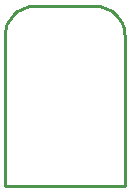
<source format=gbr>
G04 EAGLE Gerber RS-274X export*
G75*
%MOMM*%
%FSLAX34Y34*%
%LPD*%
%IN*%
%IPPOS*%
%AMOC8*
5,1,8,0,0,1.08239X$1,22.5*%
G01*
%ADD10C,0.254000*%


D10*
X0Y0D02*
X101600Y0D01*
X101600Y127000D01*
X101503Y129214D01*
X101214Y131411D01*
X100735Y133574D01*
X100068Y135687D01*
X99220Y137735D01*
X98197Y139700D01*
X97006Y141569D01*
X95658Y143327D01*
X94161Y144961D01*
X92527Y146458D01*
X90769Y147806D01*
X88900Y148997D01*
X86935Y150020D01*
X84887Y150868D01*
X82774Y151535D01*
X80611Y152014D01*
X78414Y152303D01*
X76200Y152400D01*
X25400Y152400D01*
X23186Y152303D01*
X20989Y152014D01*
X18826Y151535D01*
X16713Y150868D01*
X14666Y150020D01*
X12700Y148997D01*
X10831Y147806D01*
X9073Y146458D01*
X7440Y144961D01*
X5942Y143327D01*
X4594Y141569D01*
X3403Y139700D01*
X2380Y137735D01*
X1532Y135687D01*
X865Y133574D01*
X386Y131411D01*
X97Y129214D01*
X0Y127000D01*
X0Y0D01*
M02*

</source>
